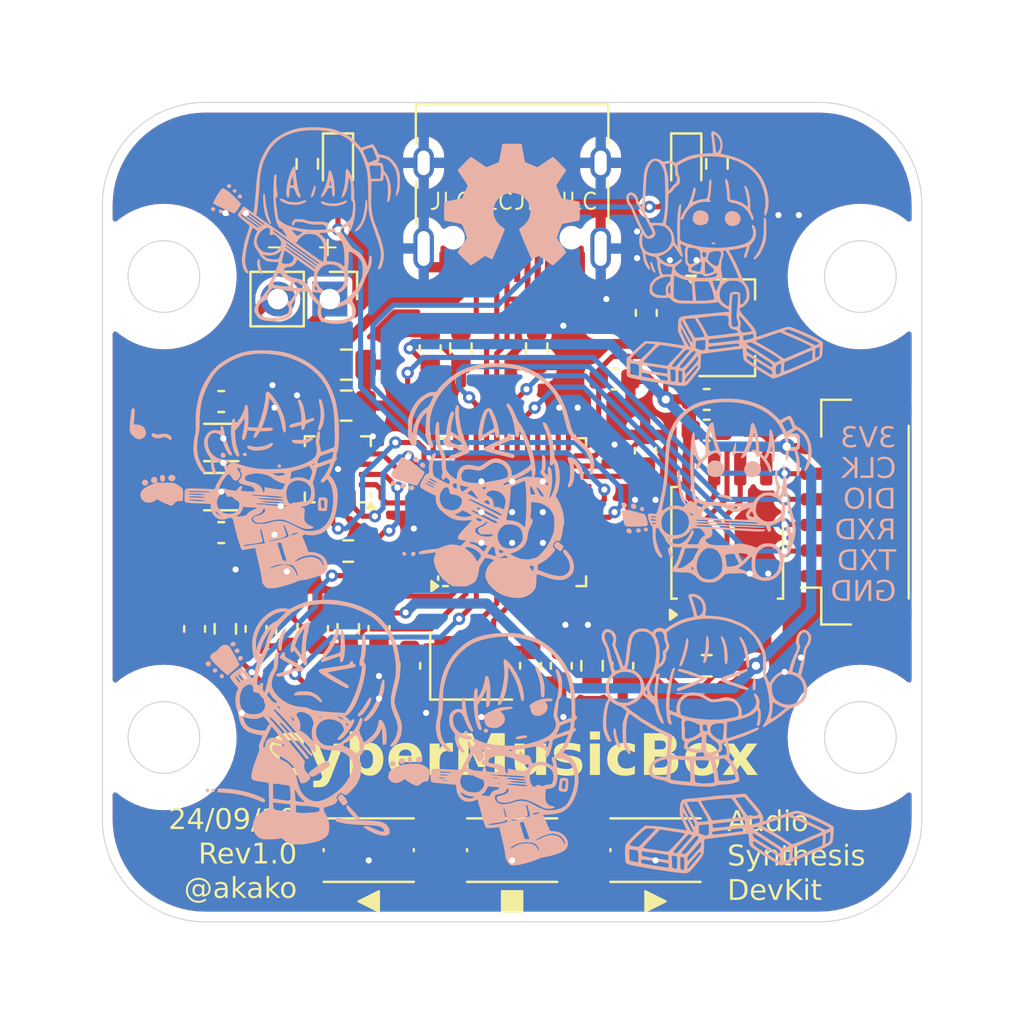
<source format=kicad_pcb>
(kicad_pcb (version 20240108) (generator "pcbnew") (generator_version "8.0")
  (layers (0 "F.Cu" signal) (31 "B.Cu" signal) (34 "B.Paste" user) (35 "F.Paste" user) (36 "B.SilkS" user "B.Silkscreen") (37 "F.SilkS" user "F.Silkscreen") (38 "B.Mask" user) (39 "F.Mask" user) (44 "Edge.Cuts" user))
  (net 0 "")
  (net 1 "/nRST")
  (net 2 "GND")
  (net 3 "/SPK+")
  (net 4 "/SPK-")
  (net 5 "/HOSC_O")
  (net 6 "/HOSC_I")
  (net 7 "/VCAP")
  (net 8 "+5V")
  (net 9 "+3V3")
  (net 10 "/KEY1")
  (net 11 "/KEY2")
  (net 12 "/KEY3")
  (net 13 "/USB-")
  (net 15 "/USB+")
  (net 16 "/CC2")
  (net 17 "/CC1")
  (net 19 "/OUTP")
  (net 20 "/OUTN")
  (net 21 "/SPI1_CS")
  (net 22 "Net-(U101-GAIN_SLOT)")
  (net 23 "/I2S3_WS")
  (net 24 "/MAX_SD")
  (net 26 "/I2S3_SD")
  (net 28 "/I2S3_CK")
  (net 31 "/SPI1_CLK")
  (net 37 "/SPI1_MISO")
  (net 41 "/SWCLK")
  (net 44 "/USART1_RX")
  (net 45 "/SWDIO")
  (net 46 "/SPI1_MOSI")
  (net 50 "/USART1_TX")
  (net 52 "/LED1")
  (net 53 "Net-(D101-K)")
  (net 54 "/LED2")
  (net 55 "Net-(D102-K)")
  (footprint "Resistor_SMD:R_0603_1608Metric" (layer "F.Cu") (at 76 85.7 -90)
    (property "Reference" "R106" (hide yes))
    (property "Value" "10K")
  )
  (footprint "Resistor_SMD:R_0603_1608Metric" (layer "F.Cu") (at 79 85.7 -90)
    (property "Reference" "R105" (hide yes))
    (property "Value" "10K")
  )
  (footprint "Button_Switch_SMD:SW_Push_1P1T_NO_CK_KMR2" (layer "F.Cu") (at 90 96.5 180)
    (property "Reference" "SW102" (hide yes))
    (property "Value" "SW_Push")
  )
  (footprint "Resistor_SMD:R_0603_1608Metric" (layer "F.Cu") (at 99.5 87.5 180)
    (property "Reference" "R107" (hide yes))
    (property "Value" "10K")
  )
  (footprint "Capacitor_SMD:C_0603_1608Metric" (layer "F.Cu") (at 86 72 90)
    (property "Reference" "C112" (hide yes))
    (property "Value" "0.1uF")
  )
  (footprint "Connector_PinHeader_2.54mm:PinHeader_1x02_P2.54mm_Vertical" (layer "F.Cu") (at 81.1 69.6 -90)
    (property "Reference" "LS101" (hide yes))
    (property "Value" "Speaker")
  )
  (footprint "Resistor_SMD:R_0603_1608Metric" (layer "F.Cu") (at 82 85.7 -90)
    (property "Reference" "R104" (hide yes))
    (property "Value" "10K")
  )
  (footprint "Package_DFN_QFN:TQFN-16-1EP_3x3mm_P0.5mm_EP1.23x1.23mm" (layer "F.Cu") (at 81.49 77.91 180)
    (property "Reference" "U101" (hide yes))
    (property "Value" "MAX98357A")
  )
  (footprint "Capacitor_SMD:C_0603_1608Metric" (layer "F.Cu") (at 75.8 74.6)
    (property "Reference" "C102" (hide yes))
    (property "Value" "220pF")
  )
  (footprint "Capacitor_SMD:C_0603_1608Metric" (layer "F.Cu") (at 74.5 85.7 90)
    (property "Reference" "C111" (hide yes))
    (property "Value" "1uF")
  )
  (footprint "Resistor_SMD:R_0603_1608Metric" (layer "F.Cu") (at 80 63 -90)
    (property "Reference" "R109" (hide yes))
    (property "Value" "10K")
  )
  (footprint "Capacitor_SMD:C_0603_1608Metric" (layer "F.Cu") (at 85 87.5 -90)
    (property "Reference" "C105" (hide yes))
    (property "Value" "22pF")
  )
  (footprint "Capacitor_SMD:C_0805_2012Metric" (layer "F.Cu") (at 81.9 74.8)
    (property "Reference" "C118" (hide yes))
    (property "Value" "10uF")
  )
  (footprint "Capacitor_SMD:C_0603_1608Metric" (layer "F.Cu") (at 95.4 87.5 -90)
    (property "Reference" "C114" (hide yes))
    (property "Value" "0.1uF")
  )
  (footprint "Inductor_SMD:L_1206_3216Metric" (layer "F.Cu") (at 75.8 79 180)
    (property "Reference" "L102" (hide yes))
    (property "Value" "FB")
  )
  (footprint "Capacitor_SMD:C_0603_1608Metric" (layer "F.Cu") (at 95 73.5)
    (property "Reference" "C115" (hide yes))
    (property "Value" "0.1uF")
  )
  (footprint "Resistor_SMD:R_0603_1608Metric" (layer "F.Cu") (at 87.5 72 -90)
    (property "Reference" "R103" (hide yes))
    (property "Value" "5.1K")
  )
  (footprint "Resistor_SMD:R_0603_1608Metric" (layer "F.Cu") (at 93.9 87.5 90)
    (property "Reference" "R101" (hide yes))
    (property "Value" "10K")
  )
  (footprint "Capacitor_SMD:C_0603_1608Metric" (layer "F.Cu") (at 90.9 87.5 90)
    (property "Reference" "C104" (hide yes))
    (property "Value" "22pF")
  )
  (footprint "Capacitor_SMD:C_0603_1608Metric" (layer "F.Cu") (at 99.5 76)
    (property "Reference" "C116" (hide yes))
    (property "Value" "4.7uF")
  )
  (footprint "Capacitor_SMD:C_0603_1608Metric" (layer "F.Cu") (at 80.500001 85.7 90)
    (property "Reference" "C109" (hide yes))
    (property "Value" "1uF")
  )
  (footprint "Connector_USB:USB_C_Receptacle_HRO_TYPE-C-31-M-12" (layer "F.Cu") (at 90 64 180)
    (property "Reference" "J101" (hide yes))
    (property "Value" "USB_C_Receptacle_USB2.0_16P")
  )
  (footprint "Capacitor_SMD:C_0603_1608Metric" (layer "F.Cu") (at 83.5 85.7 -90)
    (property "Reference" "C113" (hide yes))
    (property "Value" "0.1uF")
  )
  (footprint "Package_SO:SOIC-8_5.23x5.23mm_P1.27mm" (layer "F.Cu") (at 100.5 81.5 90)
    (property "Reference" "U104" (hide yes))
    (property "Value" "W25Q32JVSS")
  )
  (footprint "Capacitor_SMD:C_0805_2012Metric" (layer "F.Cu") (at 81.9 72.8)
    (property "Reference" "C117" (hide yes))
    (property "Value" "10uF")
  )
  (footprint "Button_Switch_SMD:SW_Push_1P1T_NO_CK_KMR2" (layer "F.Cu") (at 97 96.5 180)
    (property "Reference" "SW101" (hide yes))
    (property "Value" "SW_Push")
  )
  (footprint "Connector_JST:JST_GH_SM06B-GHS-TB_1x06-1MP_P1.25mm_Horizontal" (layer "F.Cu") (at 106.8 80 90)
    (property "Reference" "J102" (hide yes))
    (property "Value" "Conn_01x06_MountingPin")
  )
  (footprint "Package_TO_SOT_SMD:SOT-89-3" (layer "F.Cu") (at 100.5 71)
    (property "Reference" "U103" (hide yes))
    (property "Value" "HT75xx-1-SOT89")
  )
  (footprint "Package_DFN_QFN:QFN-48-1EP_7x7mm_P0.5mm_EP5.6x5.6mm" (layer "F.Cu") (at 90 80 90)
    (property "Reference" "U102" (hide yes))
    (property "Value" "STM32F401CCUx")
  )
  (footprint "Inductor_SMD:L_1206_3216Metric" (layer "F.Cu") (at 75.8 76.6 180)
    (property "Reference" "L101" (hide yes))
    (property "Value" "FB")
  )
  (footprint "Button_Switch_SMD:SW_Push_1P1T_NO_CK_KMR2" (layer "F.Cu") (at 83 96.5 180)
    (property "Reference" "SW103" (hide yes))
    (property "Value" "SW_Push")
  )
  (footprint "Capacitor_SMD:C_0603_1608Metric" (layer "F.Cu") (at 75.8 81)
    (property "Reference" "C103" (hide yes))
    (property "Value" "220pF")
  )
  (footprint "Resistor_SMD:R_0603_1608Metric" (layer "F.Cu") (at 100 63 -90)
    (property "Reference" "R110" (hide yes))
    (property "Value" "10K")
  )
  (footprint "Capacitor_SMD:C_0603_1608Metric" (layer "F.Cu") (at 92.4 87.5 -90)
    (property "Reference" "C101" (hide yes))
    (property "Value" "0.1uF")
  )
  (footprint "Capacitor_SMD:C_0603_1608Metric" (layer "F.Cu") (at 96.55 70.275 90)
    (property "Reference" "C107" (hide yes))
    (property "Value" "1uF")
  )
  (footprint "LED_SMD:LED_0603_1608Metric" (layer "F.Cu") (at 98.5 63 -90)
    (property "Reference" "D102" (hide yes))
    (property "Value" "LED")
  )
  (footprint "Capacitor_SMD:C_0603_1608Metric" (layer "F.Cu") (at 99.5 74.5)
    (property "Reference" "C108" (hide yes))
    (property "Value" "1uF")
  )
  (footprint "Resistor_SMD:R_0603_1608Metric" (layer "F.Cu") (at 82 81.9 180)
    (property "Reference" "R108" (hide yes))
    (property "Value" "10K")
  )
  (footprint "LED_SMD:LED_0603_1608Metric" (layer "F.Cu") (at 81.5 63 -90)
    (property "Reference" "D101" (hide yes))
    (property "Value" "LED")
  )
  (footprint "Capacitor_SMD:C_0603_1608Metric" (layer "F.Cu") (at 77.5 85.7 90)
    (property "Reference" "C110" (hide yes))
    (property "Value" "1uF")
  )
  (footprint "Capacitor_SMD:C_0603_1608Metric" (layer "F.Cu") (at 96.5 77 90)
    (property "Reference" "C106" (hide yes))
    (property "Value" "4.7uF")
  )
  (footprint "Crystal:Crystal_SMD_3225-4Pin_3.2x2.5mm" (layer "F.Cu") (at 88 87.5)
    (property "Reference" "Y101" (hide yes))
    (property "Value" "12M")
  )
  (footprint "Resistor_SMD:R_0603_1608Metric" (layer "F.Cu") (at 91.2 72 -90)
    (property "Reference" "R102" (hide yes))
    (property "Value" "5.1K")
  )
  (footprint "LOGO" (layer "B.Cu") (at 89 78.5 180)
    (property "Reference" "G***" (hide yes))
    (property "Value" "LOGO" (hide yes))
  )
  (footprint "Symbol:OSHW-Symbol_6.7x6mm_SilkScreen" (layer "B.Cu") (at 90 65 180)
    (property "Reference" "REF**" (hide yes))
    (property "Value" "OSHW-Symbol_6.7x6mm_SilkScreen" (hide yes))
  )
  (footprint "LOGO" (layer "B.Cu") (at 76.5 78 180)
    (property "Reference" "G***" (hide yes))
    (property "Value" "LOGO" (hide yes))
  )
  (footprint "LOGO" (layer "B.Cu") (at 89 91.5 180)
    (property "Reference" "G***" (hide yes))
    (property "Value" "LOGO" (hide yes))
  )
  (footprint "LOGO" (layer "B.Cu") (at 100 91 180)
    (property "Reference" "G***" (hide yes))
    (property "Value" "LOGO" (hide yes))
  )
  (footprint "LOGO" (layer "B.Cu") (at 100 79 180)
    (property "Reference" "G***" (hide yes))
    (property "Value" "LOGO" (hide yes))
  )
  (footprint "LOGO" (layer "B.Cu") (at 80 66 180)
    (property "Reference" "G***" (hide yes))
    (property "Value" "LOGO" (hide yes))
  )
  (footprint "LOGO" (layer "B.Cu") (at 100 67.5 180)
    (property "Reference" "G***" (hide yes))
    (property "Value" "LOGO" (hide yes))
  )
  (footprint "LOGO" (layer "B.Cu") (at 80 90.5 180)
    (property "Reference" "G***" (hide yes))
    (property "Value" "LOGO" (hide yes))
  )
  (gr_poly (pts (xy 83.5 98.5) (xy 83.5 99.5) (xy 82.5 99)) (stroke (width 0.1)) (fill solid) (layer "F.SilkS"))
  (gr_poly (pts (xy 96.5 99.5) (xy 96.5 98.5) (xy 97.5 99)) (stroke (width 0.1)) (fill solid) (layer "F.SilkS"))
  (gr_rect (start 89.5 98.5) (end 90.5 99.5) (stroke (width 0.1)) (fill solid) (layer "F.SilkS"))
  (gr_circle (center 73 91) (end 74.75 91) (stroke (width 0.05)) (fill none) (layer "Edge.Cuts"))
  (gr_circle (center 73 68.5) (end 74.75 68.5) (stroke (width 0.05)) (fill none) (layer "Edge.Cuts"))
  (gr_circle (center 107 68.5) (end 108.75 68.5) (stroke (width 0.05)) (fill none) (layer "Edge.Cuts"))
  (gr_line (start 105 100) (end 75 100) (stroke (width 0.05)) (layer "Edge.Cuts"))
  (gr_arc (start 75 100) (mid 71.464466 98.535534) (end 70 95) (stroke (width 0.05)) (layer "Edge.Cuts"))
  (gr_line (start 70 95) (end 70 65) (stroke (width 0.05)) (layer "Edge.Cuts"))
  (gr_arc (start 105 60) (mid 108.535534 61.464466) (end 110 65) (stroke (width 0.05)) (layer "Edge.Cuts"))
  (gr_circle (center 107 91) (end 108.75 91) (stroke (width 0.05)) (fill none) (layer "Edge.Cuts"))
  (gr_line (start 75 60) (end 105 60) (stroke (width 0.05)) (layer "Edge.Cuts"))
  (gr_arc (start 110 95) (mid 108.535534 98.535534) (end 105 100) (stroke (width 0.05)) (layer "Edge.Cuts"))
  (gr_line (start 110 65) (end 110 95) (stroke (width 0.05)) (layer "Edge.Cuts"))
  (gr_arc (start 70 65) (mid 71.464466 61.464466) (end 75 60) (stroke (width 0.05)) (layer "Edge.Cuts"))
  (gr_text "GND" (at 108.75 84.5 0) (layer "B.SilkS") (effects (font (size 1 1) (thickness 0.1)) (justify left bottom mirror)))
  (gr_text "TXD" (at 108.75 83 0) (layer "B.SilkS") (effects (font (size 1 1) (thickness 0.1)) (justify left bottom mirror)))
  (gr_text "RXD" (at 108.75 81.5 0) (layer "B.SilkS") (effects (font (size 1 1) (thickness 0.1)) (justify left bottom mirror)))
  (gr_text "CLK" (at 108.75 78.5 0) (layer "B.SilkS") (effects (font (size 1 1) (thickness 0.1)) (justify left bottom mirror)))
  (gr_text "DIO" (at 108.75 80 0) (layer "B.SilkS") (effects (font (size 1 1) (thickness 0.1)) (justify left bottom mirror)))
  (gr_text "3V3" (at 108.75 77 -0) (layer "B.SilkS") (effects (font (size 1 1) (thickness 0.1)) (justify left bottom mirror)))
  (gr_text "CyberMusicBox" (at 90 92 0) (layer "F.SilkS") (effects (font (size 2 2) (thickness 0.3) (bold yes) (italic yes))))
  (gr_text "+" (at 81 67 0) (layer "F.SilkS") (effects (font (size 1 1) (thickness 0.1))))
  (gr_text "-" (at 78.5 67 0) (layer "F.SilkS") (effects (font (size 1 1) (thickness 0.1))))
  (gr_text "24/09/10\nRev1.0\n@akako\n" (at 79.5 99 0) (layer "F.SilkS") (effects (font (size 1 1) (thickness 0.1)) (justify right bottom)))
  (gr_text "Audio\nSynthesis\nDevKit" (at 100.5 99.1 0) (layer "F.SilkS") (effects (font (size 1 1) (thickness 0.1)) (justify left bottom)))
  (gr_text "JLCJLCJLCJLC" (at 85.9 65.3 0) (layer "F.SilkS") (effects (font (size 0.8 0.8) (thickness 0.1)) (justify left bottom)))
  (segment (start 93.9 86.675) (end 92.45 86.675) (width 0.25) (layer "F.Cu") (net 1))
  (segment (start 90.25 84.65) (end 92.325 86.725) (width 0.25) (layer "F.Cu") (net 1))
  (segment (start 92.45 86.675) (end 92.4 86.725) (width 0.25) (layer "F.Cu") (net 1))
  (segment (start 92.325 86.725) (end 92.4 86.725) (width 0.25) (layer "F.Cu") (net 1))
  (segment (start 90.25 83.4375) (end 90.25 84.65) (width 0.25) (layer "F.Cu") (net 1))
  (segment (start 87.1 73.225) (end 87.5 72.825) (width 0.25) (layer "F.Cu") (net 2))
  (segment (start 85.25 82.25) (end 83.7 83.8) (width 0.25) (layer "F.Cu") (net 2))
  (segment (start 82.2 80.5) (end 82.2 81.275) (width 0.25) (layer "F.Cu") (net 2))
  (segment (start 86 71.225) (end 86 71.325) (width 0.25) (layer "F.Cu") (net 2))
  (segment (start 86 71.325) (end 87.5 72.825) (width 0.25) (layer "F.Cu") (net 2))
  (segment (start 87.1 74.663604) (end 87.1 73.225) (width 0.25) (layer "F.Cu") (net 2))
  (segment (start 81.74 80.04) (end 82.2 80.5) (width 0.25) (layer "F.Cu") (net 2))
  (segment (start 94.975 77.75) (end 96.5 76.225) (width 0.25) (layer "F.Cu") (net 2))
  (segment (start 81.5 77.9) (end 81.49 77.91) (width 0.25) (layer "F.Cu") (net 2))
  (segment (start 82.2 81.275) (end 81.575 81.9) (width 0.25) (layer "F.Cu") (net 2))
  (segment (start 77.5 84.925) (end 77.5 81.925) (width 0.5) (layer "F.Cu") (net 2))
  (segment (start 93.4375 77.75) (end 94.975 77.75) (width 0.25) (layer "F.Cu") (net 2))
  (segment (start 81.74 78.16) (end 81.49 77.91) (width 0.25) (layer "F.Cu") (net 2))
  (segment (start 78.7 79.05026) (end 78.7 79.7) (width 0.25) (layer "F.Cu") (net 2))
  (segment (start 80.0525 78.16) (end 81.24 78.16) (width 0.25) (layer "F.Cu") (net 2))
  (segment (start 77.5 81.925) (end 76.575 81) (width 0.5) (layer "F.Cu") (net 2))
  (segment (start 85.249999 80.750001) (end 85.2 80.8) (width 0.25) (layer "F.Cu") (net 2))
  (segment (start 81.74 79.3475) (end 81.74 78.16) (width 0.25) (layer "F.Cu") (net 2))
  (segment (start 86.5625 82.25) (end 85.25 82.25) (width 0.25) (layer "F.Cu") (net 2))
  (segment (start 83.7 83.8) (end 81.625001 83.8) (width 0.25) (layer "F.Cu") (net 2))
  (segment (start 87.75 76.5625) (end 87.75 75.313604) (width 0.25) (layer "F.Cu") (net 2))
  (segment (start 81.625001 83.8) (end 80.500001 84.925) (width 0.25) (layer "F.Cu") (net 2))
  (segment (start 87.75 75.313604) (end 87.1 74.663604) (width 0.25) (layer "F.Cu") (net 2))
  (segment (start 83.75 86.725) (end 83.5 86.475) (width 0.5) (layer "F.Cu") (net 2))
  (segment (start 80.0525 78.16) (end 79.59026 78.16) (width 0.25) (layer "F.Cu") (net 2))
  (segment (start 82.9275 77.66) (end 81.74 77.66) (width 0.25) (layer "F.Cu") (net 2))
  (segment (start 79.59026 78.16) (end 78.7 79.05026) (width 0.25) (layer "F.Cu") (net 2))
  (segment (start 85 86.725) (end 83.75 86.725) (width 0.5) (layer "F.Cu") (net 2))
  (segment (start 81.74 79.3475) (end 81.74 80.04) (width 0.25) (layer "F.Cu") (net 2))
  (segment (start 85 86.725) (end 86.825 86.725) (width 0.5) (layer "F.Cu") (net 2))
  (segment (start 86.5625 80.750001) (end 85.249999 80.750001) (width 0.25) (layer "F.Cu") (net 2))
  (segment (start 81.24 78.16) (end 81.49 77.91) (width 0.25) (layer "F.Cu") (net 2))
  (segment (start 81.575 81.9) (end 81.175 81.9) (width 0.25) (layer "F.Cu") (net 2))
  (segment (start 86.825 86.725) (end 86.9 86.65) (width 0.5) (layer "F.Cu") (net 2))
  (segment (start 81.74 77.66) (end 81.5 77.9) (width 0.25) (layer "F.Cu") (net 2))
  (via (at 102.5 83) (size 0.6) (drill 0.3) (layers "F.Cu" "B.Cu") (net 2))
  (via (at 83.2 76.3) (size 0.6) (drill 0.3) (layers "F.Cu" "B.Cu") (net 2))
  (via (at 93.7 85.5) (size 0.6) (drill 0.3) (layers "F.Cu" "B.Cu") (net 2))
  (via (at 93.2 74.9) (size 0.6) (drill 0.3) (layers "F.Cu" "B.Cu") (net 2))
  (via (at 88.5 78.5) (size 0.6) (drill 0.3) (layers "F.Cu" "B.Cu") (net 2))
  (via (at 78.4 74.9) (size 0.6) (drill 0.3) (layers "F.Cu" "B.Cu") (net 2))
  (via (at 81.5 77.9) (size 0.6) (drill 0.3) (layers "F.Cu" "B.Cu") (net 2))
  (via (at 75.9 76.4) (size 0.6) (drill 0.3) (layers "F.Cu" "B.Cu") (net 2))
  (via (at 90 97) (size 0.6) (drill 0.3) (layers "F.Cu" "B.Cu") (net 2))
  (via (at 79 82.9) (size 0.6) (drill 0.3) (layers "F.Cu" "B.Cu") (net 2))
  (via (at 83.5 89.1) (size 0.6) (drill 0.3) (layers "F.Cu" "B.Cu") (net 2))
  (via (at 76.5 82.8) (size 0.6) (drill 0.3) (layers "F.Cu" "B.Cu") (net 2))
  (via (at 83.5 88) (size 0.6) (drill 0.3) (layers "F.Cu" "B.Cu") (net 2))
  (via (at 96.1 66.3) (size 0.6) (drill 0.3) (layers "F.Cu" "B.Cu") (net 2))
  (via (at 95 76.7) (size 0.6) (drill 0.3) (layers "F.Cu" "B.Cu") (net 2))
  (via (at 103.3 87.8) (size 0.6) (drill 0.3) (layers "F.Cu" "B.Cu") (net 2))
  (via (at 91.5 80) (size 0.6) (drill 0.3) (layers "F.Cu" "B.Cu") (net 2))
  (via (at 90 78.5) (size 0.6) (drill 0.3) (layers "F.Cu" "B.Cu") (net 2))
  (via (at 90 80) (size 0.6) (drill 0.3) (layers "F.Cu" "B.Cu") (net 2))
  (via (at 88.5 80) (size 0.6) (drill 0.3) (layers "F.Cu" "B.Cu") (net 2))
  (via (at 97 97) (size 0.6) (drill 0.3) (layers "F.Cu" "B.Cu") (net 2))
  (via (at 91.5 78.5) (size 0.6) (drill 0.3) (layers "F.Cu" "B.Cu") (net 2))
  (via (at 103 65.5) (size 0.6) (drill 0.3) (layers "F.Cu" "B.Cu") (net 2))
  (via (at 79.5 74.3) (size 0.6) (drill 0.3) (layers "F.Cu" "B.Cu") (net 2))
  (via (at 75.9 77.6) (size 0.6) (drill 0.3) (layers "F.Cu" "B.Cu") (net 2))
  (via (at 85.8 89.8) (size 0.6) (drill 0.3) (layers "F.Cu" "B.Cu") (net 2))
  (via (at 85.2 80.8) (size 0.6) (drill 0.3) (layers "F.Cu" "B.Cu") (net 2))
  (via (at 77 65.4) (size 0.6) (drill 0.3) (layers "F.Cu" "B.Cu") (net 2))
  (via (at 96 79.4) (size 0.6) (drill 0.3) (layers "F.Cu" "B.Cu") (net 2))
  (via (at 91.5 81.5) (size 0.6) (drill 0.3) (layers "F.Cu" "B.Cu") (net 2))
  (via (at 76 65.4) (size 0.6) (drill 0.3) (layers "F.Cu" "B.Cu") (net 2))
  (via (at 92.3 74.9) (size 0.6) (drill 0.3) (layers "F.Cu" "B.Cu") (net 2))
  (via (at 96.1 67.6) (size 0.6) (drill 0.3) (layers "F.Cu" "B.Cu") (net 2))
  (via (at 92.5 70.9) (size 0.6) (drill 0.3) (layers "F.Cu" "B.Cu") (net 2))
  (via (at 94.6 69.6) (size 0.6) (drill 0.3) (layers "F.Cu" "B.Cu") (net 2))
  (via (at 88.5 90) (size 0.6) (drill 0.3) (layers "F.Cu" "B.Cu") (net 2))
  (via (at 78.4 81.1) (size 0.6) (drill 0.3) (layers "F.Cu" "B.Cu") (net 2))
  (via (at 92.5 90) (size 0.6) (drill 0.3) (layers "F.Cu" "B.Cu") (net 2))
  (via (at 104.1 87.1) (size 0.6) (drill 0.3) (layers "F.Cu" "B.Cu") (net 2))
  (via (at 97.7 67.7) (size 0.6) (drill 0.3) (layers "F.Cu" "B.Cu") (net 2))
  (via (at 90 81.5) (size 0.6) (drill 0.3) (layers "F.Cu" "B.Cu") (net 2))
  (via (at 78.7 79.7) (size 0.6) (drill 0.3) (layers "F.Cu" "B.Cu") (net 2))
  (via (at 99 67.7) (size 0.6) (drill 0.3) (layers "F.Cu" "B.Cu") (net 2))
  (via (at 97 79.4) (size 0.6) (drill 0.3) (layers "F.Cu" "B.Cu") (net 2))
  (via (at 104 65.5) (size 0.6) (drill 0.3) (layers "F.Cu" "B.Cu") (net 2))
  (via (at 78.3 73.8) (size 0.6) (drill 0.3) (layers "F.Cu" "B.Cu") (net 2))
  (via (at 92.6 85.5) (size 0.6) (drill 0.3) (layers "F.Cu" "B.Cu") (net 2))
  (via (at 101.6 83) (size 0.6) (drill 0.3) (layers "F.Cu" "B.Cu") (net 2))
  (via (at 75.8 79) (size 0.6) (drill 0.3) (layers "F.Cu" "B.Cu") (net 2))
  (via (at 83 97) (size 0.6) (drill 0.3) (layers "F.Cu" "B.Cu") (net 2))
  (via (at 76.8 89.8) (size 0.6) (drill 0.3) (layers "F.Cu" "B.Cu") (net 2))
  (via (at 88.5 81.5) (size 0.6) (drill 0.3) (layers "F.Cu" "B.Cu") (net 2))
  (segment (start 75.025 74.6) (end 77.225 72.4) (width 0.5) (layer "F.Cu") (net 3))
  (segment (start 81.1 69.9) (end 81.1 69.6) (width 0.5) (layer "F.Cu") (net 3))
  (segment (start 75.025 74.6) (end 74.225 75.4) (width 0.5) (layer "F.Cu") (net 3))
  (segment (start 78.6 72.4) (end 81.1 69.9) (width 0.5) (layer "F.Cu") (net 3))
  (segment (start 74.225 75.4) (end 74.225 76.6) (width 0.5) (layer "F.Cu") (net 3))
  (segment (start 77.225 72.4) (end 78.6 72.4) (width 0.5) (layer "F.Cu") (net 3))
  (segment (start 74.225 80.2) (end 75.025 81) (width 0.5) (layer "F.Cu") (net 4))
  (segment (start 73.1 77.875) (end 74.225 79) (width 0.5) (layer "F.Cu") (net 4))
  (segment (start 74.225 79) (end 74.225 80.2) (width 0.5) (layer "F.Cu") (net 4))
  (segment (start 78.56 69.6) (end 78.2 69.6) (width 0.5) (layer "F.Cu") (net 4))
  (segment (start 73.1 74.7) (end 73.1 77.875) (width 0.5) (layer "F.Cu") (net 4))
  (segment (start 78.2 69.6) (end 73.1 74.7) (width 0.5) (layer "F.Cu") (net 4))
  (segment (start 89.1 85.3) (end 89.1 86.65) (width 0.25) (layer "F.Cu") (net 5))
  (segment (start 89.75 84.65) (end 89.1 85.3) (width 0.25) (layer "F.Cu") (net 5))
  (segment (start 89.1 86.65) (end 90.825 86.65) (width 0.25) (layer "F.Cu") (net 5))
  (segment (start 89.75 83.4375) (end 89.75 84.65) (width 0.25) (layer "F.Cu") (net 5))
  (segment (start 90.825 86.65) (end 90.9 86.725) (width 0.25) (layer "F.Cu") (net 5))
  (segment (start 88 85.7) (end 88 87.35) (width 0.25) (layer "F.Cu") (net 6))
  (segment (start 86.825 88.275) (end 86.9 88.35) (width 0.25) (layer "F.Cu") (net 6))
  (segment (start 88 87.35) (end 87 88.35) (width 0.25) (layer "F.Cu") (net 6))
  (segment (start 85 88.275) (end 86.825 88.275) (width 0.25) (layer "F.Cu") (net 6))
  (segment (start 89.249999 83.4375) (end 89.249999 84.450001) (width 0.25) (layer "F.Cu") (net 6))
  (segment (start 89.249999 84.450001) (end 88 85.7) (width 0.25) (layer "F.Cu") (net 6))
  (segment (start 87 88.35) (end 86.9 88.35) (width 0.25) (layer "F.Cu") (net 6))
  (segment (start 96.024999 78.250001) (end 96.5 77.775) (width 0.25) (layer "F.Cu") (net 7))
  (segment (start 93.4375 78.250001) (end 96.024999 78.250001) (width 0.25) (layer "F.Cu") (net 7))
  (segment (start 94.05 71.05) (end 96.55 71.05) (width 0.5) (layer "F.Cu") (net 8))
  (segment (start 91.164695 65.9) (end 92.45 67.185305) (width 0.3) (layer "F.Cu") (net 8))
  (segment (start 80.95 72.8) (end 80.95 74.8) (width 0.5) (layer "F.Cu") (net 8))
  (segment (start 98.5875 71.05) (end 98.6375 71) (width 0.5) (layer "F.Cu") (net 8))
  (segment (start 92.45 69.45) (end 94.05 71.05) (width 0.5) (layer "F.Cu") (net 8))
  (segment (start 81.24 75.09) (end 80.95 74.8) (width 0.25) (layer "F.Cu") (net 8))
  (segment (start 92.45 67.185305) (end 92.45 68.045) (width 0.3) (layer "F.Cu") (net 8))
  (segment (start 87.55 68.045) (end 87.55 69.27) (width 0.5) (layer "F.Cu") (net 8))
  (segment (start 87.22 69.6) (end 84 69.6) (width 0.5) (layer "F.Cu") (net 8))
  (segment (start 84 69.6) (end 80.95 72.65) (width 0.5) (layer "F.Cu") (net 8))
  (segment (start 80.95 72.65) (end 80.95 72.8) (width 0.5) (layer "F.Cu") (net 8))
  (segment (start 96.55 71.05) (end 98.5875 71.05) (width 0.5) (layer "F.Cu") (net 8))
  (segment (start 92.45 68.045) (end 92.45 69.45) (width 0.5) (layer "F.Cu") (net 8))
  (segment (start 87.55 69.27) (end 87.22 69.6) (width 0.5) (layer "F.Cu") (net 8))
  (segment (start 80.74 76.4725) (end 80.74 75.01) (width 0.25) (layer "F.Cu") (net 8))
  (segment (start 87.55 67.185305) (end 88.835305 65.9) (width 0.3) (layer "F.Cu") (net 8))
  (segment (start 88.835305 65.9) (end 91.164695 65.9) (width 0.3) (layer "F.Cu") (net 8))
  (segment (start 87.55 68.045) (end 87.55 67.185305) (width 0.3) (layer "F.Cu") (net 8))
  (segment (start 80.74 75.01) (end 80.95 74.8) (width 0.25) (layer "F.Cu") (net 8))
  (segment (start 81.24 76.4725) (end 81.24 75.09) (width 0.25) (layer "F.Cu") (net 8))
  (segment (start 98.1 88.5) (end 99.325 88.5) (width 0.25) (layer "F.Cu") (net 9))
  (segment (start 96.4 72.4) (end 97.5 73.5) (width 0.25) (layer "F.Cu") (net 9))
  (segment (start 78.175 85.7) (end 79 84.875) (width 0.25) (layer "F.Cu") (net 9))
  (segment (start 103.4 76.8) (end 103.475 76.875) (width 0.5) (layer "F.Cu") (net 9))
  (segment (start 101.9 87.5) (end 100.325 87.5) (width 0.5) (layer "F.Cu") (net 9))
  (segment (start 93.9 88.325) (end 93.9 88.225) (width 0.25) (layer "F.Cu") (net 9))
  (segment (start 94.225 73.075) (end 94.9 72.4) (width 0.25) (layer "F.Cu") (net 9))
  (segment (start 86 74.2) (end 87.25 75.45) (width 0.25) (layer "F.Cu") (net 9))
  (segment (start 83.45 84.875) (end 83.5 84.925) (width 0.25) (layer "F.Cu") (net 9))
  (segment (start 101.135 86.69) (end 100.325 87.5) (width 0.25) (layer "F.Cu") (net 9))
  (segment (start 94.225 77.075) (end 94.225 73.5) (width 0.25) (layer "F.Cu") (net 9))
  (segment (start 82 84.875) (end 83.45 84.875) (width 0.25) (layer "F.Cu") (net 9))
  (segment (start 76 84.875) (end 76.825 85.7) (width 0.25) (layer "F.Cu") (net 9))
  (segment (start 94.225 73.5) (end 94.225 73.075) (width 0.25) (layer "F.Cu") (net 9))
  (segment (start 94.9 72.4) (end 96.4 72.4) (width 0.25) (layer "F.Cu") (net 9))
  (segment (start 98.595 77.9) (end 98.595 76.13) (width 0.5) (layer "F.Cu") (net 9))
  (segment (start 87.25 75.45) (end 87.25 76.5625) (width 0.25) (layer "F.Cu") (net 9))
  (segment (start 94.2 84.6) (end 95.4 85.8) (width 0.25) (layer "F.Cu") (net 9))
  (segment (start 101.135 85.1) (end 101.135 86.69) (width 0.25) (layer "F.Cu") (net 9))
  (segment (start 98.725 74.5) (end 97.5 74.5) (width 0.5) (layer "F.Cu") (net 9))
  (segment (start 99.325 88.5) (end 100.325 87.5) (width 0.25) (layer "F.Cu") (net 9))
  (segment (start 98.9 79.6) (end 99.5 79.6) (width 0.25) (layer "F.Cu") (net 9))
  (segment (start 76.825 85.7) (end 78.175 85.7) (width 0.25) (layer "F.Cu") (net 9))
  (segment (start 86 72.775) (end 85.775 72.775) (width 0.25) (layer "F.Cu") (net 9))
  (segment (start 91.25 83.4375) (end 91.25 84.05) (width 0.25) (layer "F.Cu") (net 9))
  (segment (start 84.2625 84.1625) (end 83.5 84.925) (width 0.25) (layer "F.Cu") (net 9))
  (segment (start 91.8 84.6) (end 94.2 84.6) (width 0.25) (layer "F.Cu") (net 9))
  (segment (start 81.175 85.7) (end 82 84.875) (width 0.25) (layer "F.Cu") (net 9))
  (segment (start 98.595 79.295) (end 98.9 79.6) (width 0.25) (layer "F.Cu") (net 9))
  (segment (start 79.825 85.7) (end 81.175 85.7) (width 0.25) (layer "F.Cu") (net 9))
  (segment (start 93.9 88.225) (end 95.4 86.725) (width 0.25) (layer "F.Cu") (net 9))
  (segment (start 103.475 76.875) (end 104.95 76.875) (width 0.5) (layer "F.Cu") (net 9))
  (segment (start 94.05 77.25) (end 94.225 77.075) (width 0.25) (layer "F.Cu") (net 9))
  (segment (start 85.675 82.75) (end 84.2625 84.1625) (width 0.25) (layer "F.Cu") (net 9))
  (segment (start 87.25 83.4375) (end 87.25 83.85) (width 0.25) (layer "F.Cu") (net 9))
  (segment (start 98.725 76) (end 98.725 74.5) (width 0.5) (layer "F.Cu") (net 9))
  (segment (start 86.5625 82.75) (end 85.675 82.75) (width 0.25) (layer "F.Cu") (net 9))
  (segment (start 91.25 84.05) (end 91.8 84.6) (width 0.25) (layer "F.Cu") (net 9))
  (segment (start 83.5 84.925) (end 84.775 84.925) (width 0.25) (layer "F.Cu") (net 9))
  (segment (start 84.325 84.1) (end 84.2625 84.1625) (width 0.25) (layer "F.Cu") (net 9))
  (segment (start 84.775 84.925) (end 84.8 84.9) (width 0.25) (layer "F.Cu") (net 9))
  (segment (start 98.55 74.325) (end 98.725 74.5) (width 0.5) (layer "F.Cu") (net 9))
  (segment (start 87.25 83.85) (end 87 84.1) (width 0.25) (layer "F.Cu") (net 9))
  (segment (start 98.55 72.5) (end 98.55 74.325) (width 0.5) (layer "F.Cu") (net 9))
  (segment (start 99.5 79.6) (end 99.865 79.235) (width 0.25) (layer "F.Cu") (net 9))
  (segment (start 86 72.775) (end 86 74.2) (width 0.25) (layer "F.Cu") (net 9))
  (segment (start 93.4375 77.25) (end 94.05 77.25) (width 0.25) (layer "F.Cu") (net 9))
  (segment (start 97.5 73.5) (end 97.5 74.5) (width 0.25) (layer "F.Cu") (net 9))
  (segment (start 99.865 79.235) (end 99.865 77.9) (width 0.25) (layer "F.Cu") (net 9))
  (segment (start 79 84.875) (end 79.825 85.7) (width 0.25) (layer "F.Cu") (net 9))
  (segment (start 95.4 85.8) (end 95.4 86.725) (width 0.25) (layer "F.Cu") (net 9))
  (segment (start 96.325 86.725) (end 98.1 88.5) (width 0.25) (layer "F.Cu") (net 9))
  (segment (start 95.4 86.725) (end 96.325 86.725) (width 0.25) (layer "F.Cu") (net 9))
  (segment (start 98.595 76.13) (end 98.725 76) (width 0.5) (layer "F.Cu") (net 9))
  (segment (start 87 84.1) (end 84.325 84.1) (width 0.25) (layer "F.Cu") (net 9))
  (segment (start 85.775 72.775) (end 85 72) (width 0.25) (layer "F.Cu") (net 9))
  (segment (start 98.595 77.9) (end 98.595 79.295) (width 0.25) (layer "F.Cu") (net 9))
  (via (at 103.4 76.8) (size 0.8) (drill 0.4) (layers "F.Cu" "B.Cu") (net 9))
  (via (at 84.8 84.9) (size 0.6) (drill 0.3) (layers "F.Cu" "B.Cu") (net 9))
  (via (at 97.5 74.5) (size 0.8) (drill 0.4) (layers "F.Cu" "B.Cu") (net 9))
  (via (at 101.9 87.5) (size 0.8) (drill 0.4) (layers "F.Cu" "B.Cu") (net 9))
  (via (at 85 72) (size 0.6) (drill 0.3) (layers "F.Cu" "B.Cu") (net 9))
  (segment (start 104.6 78) (end 103.4 76.8) (width 0.5) (layer "B.Cu") (net 9))
  (segment (start 104.6 84.8) (end 104.6 78) (width 0.5) (layer "B.Cu") (net 9))
  (segment (start 100.8 88.6) (end 101.9 87.5) (width 0.5) (layer "B.Cu") (net 9))
  (segment (start 101.9 87.5) (end 104.6 84.8) (width 0.5) (layer "B.Cu") (net 9))
  (segment (start 88.76014 84.46014) (end 92.9 88.6) (width 0.5) (layer "B.Cu") (net 9))
  (segment (start 97.5 74.5) (end 99.8 76.8) (width 0.5) (layer "B.Cu") (net 9))
  (segment (start 94.8 71.8) (end 85.2 71.8) (width 0.5) (layer "B.Cu") (net 9))
  (segment (start 85.2 71.8) (end 85 72) (width 0.5) (layer "B.Cu") (net 9))
  (segment (start 84.8 84.9) (end 85.23986 84.46014) (width 0.5) (layer "B.Cu") (net 9))
  (segment (start 97.5 74.5) (end 94.8 71.8) (width 0.5) (layer "B.Cu") (net 9))
  (segment (start 85.23986 84.46014) (end 88.76014 84.46014) (width 0.5) (layer "B.Cu") (net 9))
  (segment (start 99.8 76.8) (end 103.4 76.8) (width 0.5) (layer "B.Cu") (net 9))
  (segment (start 92.9 88.6) (end 100.8 88.6) (width 0.5) (layer "B.Cu") (net 9))
  (segment (start 80.550001 86.525) (end 80.500001 86.475) (width 0.25) (layer "F.Cu") (net 10))
  (segment (start 87.75 83.4375) (end 87.75 83.986396) (width 0.25) (layer "F.Cu") (net 10))
  (segment (start 87.75 83.986396) (end 86.036396 85.7) (width 0.25) (layer "F.Cu") (net 10))
  (segment (start 82 89.5) (end 86.5 94) (width 0.25) (layer "F.Cu") (net 10))
  (segment (start 82.825 85.7) (end 82 86.525) (width 0.25) (layer "F.Cu") (net 10))
  (segment (start 86.5 94) (end 93.250001 94) (width 0.25) (layer "F.Cu") (net 10))
  (segment (start 94.950001 95.7) (end 99.049999 95.7) (width 0.25) (layer "F.Cu") (net 10))
  (segment (start 82 86.525) (end 80.550001 86.525) (width 0.25) (layer "F.Cu") (net 10))
  (segment (start 93.250001 94) (end 94.950001 95.7) (width 0.25) (layer "F.Cu") (net 10))
  (segment (start 86.036396 85.7) (end 82.825 85.7) (width 0.25) (layer "F.Cu") (net 10))
  (segment (start 82 86.525) (end 82 89.5) (width 0.25) (layer "F.Cu") (net 10))
  (segment (start 79.4 86.925) (end 79 86.525) (width 0.25) (layer "F.Cu") (net 11))
  (segment (start 79.4 87.9) (end 79.4 86.925) (width 0.25) (layer "F.Cu") (net 11))
  (segment (start 79.4 87.9) (end 87.2 95.7) (width 0.25) (layer "F.Cu") (net 11))
  (segment (start 87.2 95.7) (end 87.950001 95.7) (width 0.25) (layer "F.Cu") (net 11))
  (segment (start 77.55 86.525) (end 77.5 86.475) (width 0.25) (layer "F.Cu") (net 11))
  (segment (start 88.250001 84.370279) (end 87.41014 85.21014) (width 0.25) (layer "F.Cu") (net 11))
  (segment (start 79 86.525) (end 77.55 86.525) (width 0.25) (layer "F.Cu") (net 11))
  (segment (start 87.950001 95.7) (end 92.049999 95.7) (width 0.25) (layer "F.Cu") (net 11))
  (segment (start 88.250001 83.4375) (end 88.250001 84.370279) (width 0.25) (layer "F.Cu") (net 11))
  (via (at 79.4 87.9) (size 0.6) (drill 0.3) (layers "F.Cu" "B.Cu") (net 11))
  (via (at 87.41014 85.21014) (size 0.6) (drill 0.3) (layers "F.Cu" "B.Cu") (net 11))
  (segment (start 81.2 86.1) (end 79.4 87.9) (width 0.25) (layer "B.Cu") (net 11))
  (segment (start 86.52028 86.1) (end 81.2 86.1) (width 0.25) (layer "B.Cu") (net 11))
  (segment (start 87.41014 85.21014) (end 86.52028 86.1) (width 0.25) (layer "B.Cu") (net 11))
  (segment (start 74.55 86.525) (end 74.5 86.475) (width 0.25) (layer "F.Cu") (net 12))
  (segment (start 85.049999 95.574999) (end 85.049999 95.7) (width 0.25) (layer "F.Cu") (net 12))
  (segment (start 80.950001 95.7) (end 85.049999 95.7) (width 0.25) (layer "F.Cu") (net 12))
  (segment (start 76 86.525) (end 74.55 86.525) (width 0.25) (layer "F.Cu") (net 12))
  (segment (start 76 86.525) (end 77.2875 87.8125) (width 0.25) (layer "F.Cu") (net 12))
  (segment (start 77.2875 87.8125) (end 85.049999 95.574999) (width 0.25) (layer "F.Cu") (net 12))
  (segment (start 84.874003 81.749999) (end 86.5625 81.749999) (width 0.25) (layer "F.Cu") (net 12))
  (segment (start 83.524002 83.1) (end 84.874003 81.749999) (width 0.25) (layer "F.Cu") (net 12))
  (segment (start 81.2 83.1) (end 83.524002 83.1) (width 0.25) (layer "F.Cu") (net 12))
  (via (at 77.2875 87.8125) (size 0.6) (drill 0.3) (layers "F.Cu" "B.Cu") (net 12))
  (via (at 81.2 83.1) (size 0.6) (drill 0.3) (layers "F.Cu" "B.Cu") (net 12))
  (segment (start 77.2875 87.7125) (end 77.2875 87.8125) (width 0.25) (layer "B.Cu") (net 12))
  (segment (start 80.4 84.6) (end 77.2875 87.7125) (width 0.25) (layer "B.Cu") (net 12))
  (segment (start 80.4 83.9) (end 80.4 84.6) (width 0.25) (layer "B.Cu") (net 12))
  (segment (start 81.2 83.1) (end 80.4 83.9) (width 0.25) (layer "B.Cu") (net 12))
  (segment (start 89.249999 72.250001) (end 89.249999 76.5625) (width 0.25) (layer "F.Cu") (net 13))
  (segment (start 89.75 68.045) (end 89.75 69.6) (width 0.25) (layer "F.Cu") (net 13))
  (segment (start 90.75 68.045) (end 90.75 69.45) (width 0.25) (layer "F.Cu") (net 13))
  (segment (start 89.75 69.6) (end 89.75 71.75) (width 0.25) (layer "F.Cu") (net 13))
  (segment (start 90.6 69.6) (end 89.75 69.6) (width 0.25) (layer "F.Cu") (net 13))
  (segment (start 90.75 69.45) (end 90.6 69.6) (width 0.25) (layer "F.Cu") (net 13))
  (segment (start 89.75 71.75) (end 89.249999 72.250001) (width 0.25) (layer "F.Cu") (net 13))
  (segment (start 89.25 71.55) (end 89.25 68.045) (width 0.25) (layer "F.Cu") (net 15))
  (segment (start 88.75 72.05) (end 89.25 71.55) (width 0.25) (layer "F.Cu") (net 15))
  (segment (start 89.25 66.85) (end 89.5 66.6) (width 0.25) (layer "F.Cu") (net 15))
  (segment (start 90 66.6) (end 90.25 66.85) (width 0.25) (layer "F.Cu") (net 15))
  (segment (start 89.5 66.6) (end 90 66.6) (width 0.25) (layer "F.Cu") (net 15))
  (segment (start 90.25 66.85) (end 90.25 68.045) (width 0.25) (layer "F.Cu") (net 15))
  (segment (start 88.75 76.5625) (end 88.75 72.05) (width 0.25) (layer "F.Cu") (net 15))
  (segment (start 89.25 68.045) (end 89.25 66.85) (width 0.25) (layer "F.Cu") (net 15))
  (segment (start 88.25 70.425) (end 87.5 71.175) (width 0.25) (layer "F.Cu") (net 16))
  (segment (start 88.25 68.045) (end 88.25 70.425) (width 0.25) (layer "F.Cu") (net 16))
  (segment (start 91.25 71.125) (end 91.2 71.175) (width 0.25) (layer "F.Cu") (net 17))
  (segment (start 91.25 68.045) (end 91.25 71.125) (width 0.25) (layer "F.Cu") (net 17))
  (segment (start 78.5 76.6) (end 78.9 77) (width 0.5) (layer "F.Cu") (net 19))
  (segment (start 77.375 76.6) (end 78.5 76.6) (width 0.5) (layer "F.Cu") (net 19))
  (segment (start 79.06 77.16) (end 78.9 77) (width 0.25) (layer "F.Cu") (net 19))
  (segment (start 80.0525 77.16) (end 79.06 77.16) (width 0.25) (layer "F.Cu") (net 19))
  (segment (start 80.0525 77.66) (end 79.14 77.66) (width 0.25) (layer "F.Cu") (net 20))
  (segment (start 77.8 79) (end 78.9 77.9) (width 0.5) (layer "F.Cu") (net 20))
  (segment (start 77.375 79) (end 77.8 79) (width 0.5) (layer "F.Cu") (net 20))
  (segment (start 79.14 77.66) (end 78.9 77.9) (width 0.25) (layer "F.Cu") (net 20))
  (segment (start 98.595 83.295) (end 98.595 85.1) (width 0.25) (layer "F.Cu") (net 21))
  (segment (start 93.4375 82.25) (end 97.55 82.25) (width 0.25) (layer "F.Cu") (net 21))
  (segment (start 98.595 87.42) (end 98.675 87.5) (width 0.25) (layer "F.Cu") (net 21))
  (segment (start 98.595 85.1) (end 98.595 87.42) (width 0.25) (layer "F.Cu") (net 21))
  (segment (start 97.55 82.25) (end 98.595 83.295) (width 0.25) (layer "F.Cu") (net 21))
  (segment (start 84 80.9) (end 83.825 80.9) (width 0.25) (layer "F.Cu") (net 22))
  (segment (start 82.825 81.675) (end 82.825 81.9) (width 0.25) (layer "F.Cu") (net 22))
  (segment (start 83.825 80.9) (end 82.825 81.9) (width 0.25) (layer "F.Cu") (net 22))
  (segment (start 82.9275 78.16) (end 83.76 78.16) (width 0.25) (layer "F.Cu") (net 22))
  (segment (start 83.76 78.16) (end 84.4 78.8) (width 0.25) (layer "F.Cu") (net 22))
  (via (at 84 80.9) (size 0.6) (drill 0.3) (layers "F.Cu" "B.Cu") (net 22))
  (via (at 84.4 78.8) (size 0.6) (drill 0.3) (layers "F.Cu" "B.Cu") (net 22))
  (segment (start 84.4 78.8) (end 84.4 80.5) (width 0.25) (layer "B.Cu") (net 22))
  (segment (start 84.4 80.5) (end 84 80.9) (width 0.25) (layer "B.Cu") (net 22))
  (segment (start 85.4 76.6) (end 85.7 76.9) (width 0.25) (layer "F.Cu") (net 23))
  (segment (start 85.7 76.9) (end 85.7 77.447488) (width 0.25) (layer "F.Cu") (net 23))
  (segment (start 81.24 80.54) (end 81.24 79.3475) (width 0.25) (layer "F.Cu") (net 23))
  (segment (start 81.5 80.8) (end 81.24 80.54) (width 0.25) (layer "F.Cu") (net 23))
  (segment (start 85.7 77.447488) (end 86.002512 77.75) (width 0.25) (layer "F.Cu") (net 23))
  (segment (start 84.3 76.6) (end 85.4 76.6) (width 0.25) (layer "F.Cu") (net 23))
  (segment (start 86.002512 77.75) (end 86.5625 77.75) (width 0.25) (layer "F.Cu") (net 23))
  (via (at 81.5 80.8) (size 0.6) (drill 0.3) (layers "F.Cu" "B.Cu") (net 23))
  (via (at 84.3 76.6) (size 0.6) (drill 0.3) (layers "F.Cu" "B.Cu") (net 23))
  (segment (start 81.9 80.8) (end 82.7 80) (width 0.25) (layer "B.Cu") (net 23))
  (segment (start 82.7 80) (end 82.7 78.2) (width 0.25) (layer "B.Cu") (net 23))
  (segment (start 81.5 80.8) (end 81.9 80.8) (width 0.25) (layer "B.Cu") (net 23))
  (segment (start 82.7 78.2) (end 84.3 76.6) (width 0.25) (layer "B.Cu") (net 23))
  (segment (start 83.66 77.16) (end 85.25 78.75) (width 0.25) (layer "F.Cu") (net 24))
  (segment (start 85.25 78.75) (end 86.5625 78.75) (width 0.25) (layer "F.Cu") (net 24))
  (segment (start 82.9275 77.16) (end 83.66 77.16) (width 0.25) (layer "F.Cu") (net 24))
  (segment (start 83.85 79.55) (end 83.6 79.3) (width 0.25) (layer "F.Cu") (net 26))
  (segment (start 85.35 79.55) (end 83.85 79.55) (width 0.25) (layer "F.Cu") (net 26))
  (segment (start 86.5625 79.249999) (end 85.650001 79.249999) (width 0.25) (layer "F.Cu") (net 26))
  (segment (start 83.36 78.66) (end 82.9275 78.66) (width 0.25) (layer "F.Cu") (net 26))
  (segment (start 83.6 78.9) (end 83.36 78.66) (width 0.25) (layer "F.Cu") (net 26))
  (segment (start 83.6 79.3) (end 83.6 78.9) (width 0.25) (layer "F.Cu") (net 26))
  (segment (start 85.650001 79.249999) (end 85.35 79.55) (width 0.25) (layer "F.Cu") (net 26))
  (segment (start 82.7 80.2) (end 82.24 79.74) (width 0.25) (layer "F.Cu") (net 28))
  (segment (start 84.916116 77.3) (end 85.866117 78.250001) (width 0.25) (layer "F.Cu") (net 28))
  (segment (start 85.866117 78.250001) (end 86.5625 78.250001) (width 0.25) (layer "F.Cu") (net 28))
  (segment (start 82.24 79.74) (end 82.24 79.3475) (width 0.25) (layer "F.Cu") (net 28))
  (segment (start 83.3 80.2) (end 82.7 80.2) (width 0.25) (layer "F.Cu") (net 28))
  (via (at 84.916116 77.3) (size 0.6) (drill 0.3) (layers "F.Cu" "B.Cu") (net 28))
  (via (at 83.3 80.2) (size 0.6) (drill 0.3) (layers "F.Cu" "B.Cu") (net 28))
  (segment (start 83.7 79.8) (end 83.7 78.1) (width 0.25) (layer "B.Cu") (net 28))
  (segment (start 84.5 77.3) (end 84.916116 77.3) (width 0.25) (layer "B.Cu") (net 28))
  (segment (start 83.7 78.1) (end 84.5 77.3) (width 0.25) (layer "B.Cu") (net 28))
  (segment (start 83.3 80.2) (end 83.7 79.8) (width 0.25) (layer "B.Cu") (net 28))
  (segment (start 100.49 80.11) (end 101.135 79.465) (width 0.25) (layer "F.Cu") (net 31))
  (segment (start 99.24 85.950908) (end 99.514092 86.225) (width 0.25) (layer "F.Cu") (net 31))
  (segment (start 93.4375 81.749999) (end 97.949999 81.749999) (width 0.25) (layer "F.Cu") (net 31))
  (segment (start 100.215908 86.225) (end 100.49 85.950908) (width 0.25) (layer "F.Cu") (net 31))
  (segment (start 101.135 79.465) (end 101.135 77.9) (width 0.25) (layer "F.Cu") (net 31))
  (segment (start 99.24 83.04) (end 99.24 85.950908) (width 0.25) (layer "F.Cu") (net 31))
  (segment (start 99.514092 86.225) (end 100.215908 86.225) (width 0.25) (layer "F.Cu") (net 31))
  (segment (start 97.949999 81.749999) (end 99.24 83.04) (width 0.25) (layer "F.Cu") (net 31))
  (segment (start 100.49 85.950908) (end 100.49 80.11) (width 0.25) (layer "F.Cu") (net 31))
  (segment (start 99.865 82.865) (end 99.865 85.1) (width 0.25) (layer "F.Cu") (net 37))
  (segment (start 93.4375 81.25) (end 98.25 81.25) (width 0.25) (layer "F.Cu") (net 37))
  (segment (start 98.25 81.25) (end 99.865 82.865) (width 0.25) (layer "F.Cu") (net 37))
  (segment (start 84.9 73.2) (end 84.9 73.8) (width 0.25) (layer "F.Cu") (net 41))
  (segment (start 84.9 73.8) (end 86.15 75.05) (width 0.25) (layer "F.Cu") (net 41))
  (segment (start 86.15 77.25) (end 86.5625 77.25) (width 0.25) (layer "F.Cu") (net 41))
  (segment (start 103.3 78.1) (end 103.325 78.125) (width 0.25) (layer "F.Cu") (net 41))
  (segment (start 103.325 78.125) (end 104.95 78.125) (width 0.25) (layer "F.Cu") (net 41))
  (segment (start 86.15 75.05) (end 86.15 77.25) (width 0.25) (layer "F.Cu") (net 41))
  (via (at 84.9 73.2) (size 0.6) (drill 0.3) (layers "F.Cu" "B.Cu") (net 41))
  (via (at 103.3 78.1) (size 0.6) (drill 0.3) (layers "F.Cu" "B.Cu") (net 41))
  (segment (start 85.65 72.45) (end 93.95 72.45) (width 0.25) (layer "B.Cu") (net 41))
  (segment (start 93.95 72.45) (end 99.6 78.1) (width 0.25) (layer "B.Cu") (net 41))
  (segment (start 99.6 78.1) (end 103.3 78.1) (width 0.25) (layer "B.Cu") (net 41))
  (segment (start 84.9 73.2) (end 85.65 72.45) (width 0.25) (layer "B.Cu") (net 41))
  (segment (start 104.925 80.6) (end 104.95 80.625) (width 0.25) (layer "F.Cu") (net 44))
  (segment (start 90.7 74) (end 89.75 74.95) (width 0.25) (layer "F.Cu") (net 44))
  (segment (start 89.75 74.95) (end 89.75 76.5625) (width 0.25) (layer "F.Cu") (net 44))
  (segment (start 103.3 80.6) (end 104.925 80.6) (width 0.25) (layer "F.Cu") (net 44))
  (via (at 103.3 80.6) (size 0.6) (drill 0.3) (layers "F.Cu" "B.Cu") (net 44))
  (via (at 90.7 74) (size 0.6) (drill 0.3) (layers "F.Cu" "B.Cu") (net 44))
  (segment (start 93.577208 73.35) (end 100.827208 80.6) (width 0.25) (layer "B.Cu") (net 44))
  (segment (start 90.7 74) (end 91.35 73.35) (width 0.25) (layer "B.Cu") (net 44))
  (segment (start 91.35 73.35) (end 93.577208 73.35) (width 0.25) (layer "B.Cu") (net 44))
  (segment (start 100.827208 80.6) (end 103.3 80.6) (width 0.25) (layer "B.Cu") (net 44))
  (segment (start 103.3 79.375) (end 104.95 79.375) (width 0.25) (layer "F.Cu") (net 45))
  (segment (start 88.250001 76.5625) (end 88.250001 74.750001) (width 0.25) (layer "F.Cu") (net 45))
  (segment (start 88.250001 74.750001) (end 87.9 74.4) (width 0.25) (layer "F.Cu") (net 45))
  (via (at 87.9 74.4) (size 0.6) (drill 0.3) (layers "F.Cu" "B.Cu") (net 45))
  (via (at 103.3 79.375) (size 0.6) (drill 0.3) (layers "F.Cu" "B.Cu") (net 45))
  (segment (start 100.238604 79.375) (end 93.763604 72.9) (width 0.25) (layer "B.Cu") (net 45))
  (segment (start 87.6 72.9) (end 87.4 73.1) (width 0.25) (layer "B.Cu") (net 45))
  (segment (start 93.763604 72.9) (end 87.6 72.9) (width 0.25) (layer "B.Cu") (net 45))
  (segment (start 87.4 73.9) (end 87.9 74.4) (width 0.25) (layer "B.Cu") (net 45))
  (segment (start 87.4 73.1) (end 87.4 73.9) (width 0.25) (layer "B.Cu") (net 45))
  (segment (start 103.3 79.375) (end 100.238604 79.375) (width 0.25) (layer "B.Cu") (net 45))
  (segment (start 102.405 77.100001) (end 102.405 77.9) (width 0.25) (layer "F.Cu") (net 46))
  (segment (start 99.049999 80.750001) (end 100.49 79.31) (width 0.25) (layer "F.Cu") (net 46))
  (segment (start 93.4375 80.750001) (end 99.049999 80.750001) (width 0.25) (layer "F.Cu") (net 46))
  (segment (start 100.859092 76.7) (end 102.004999 76.7) (width 0.25) (layer "F.Cu") (net 46))
  (segment (start 100.49 79.31) (end 100.49 77.069092) (width 0.25) (layer "F.Cu") (net 46))
  (segment (start 102.004999 76.7) (end 102.405 77.100001) (width 0.25) (layer "F.Cu") (net 46))
  (segment (start 100.49 77.069092) (end 100.859092 76.7) (width 0.25) (layer "F.Cu") (net 46))
  (segment (start 103.3 81.9) (end 104.925 81.9) (width 0.25) (layer "F.Cu") (net 50))
  (segment (start 91.1 74.9) (end 90.25 75.75) (width 0.25) (layer "F.Cu") (net 50))
  (segment (start 90.25 75.75) (end 90.25 76.5625) (width 0.25) (layer "F.Cu") (net 50))
  (segment (start 104.925 81.9) (end 104.95 81.875) (width 0.25) (layer "F.Cu") (net 50))
  (via (at 91.1 74.9) (size 0.6) (drill 0.3) (layers "F.Cu" "B.Cu") (net 50))
  (via (at 103.3 81.9) (size 0.6) (drill 0.3) (layers "F.Cu" "B.Cu") (net 50))
  (segment (start 93.490812 73.9) (end 101.490812 81.9) (width 0.25) (layer "B.Cu") (net 50))
  (segment (start 101.490812 81.9) (end 103.3 81.9) (width 0.25) (layer "B.Cu") (net 50))
  (segment (start 92.1 73.9) (end 93.490812 73.9) (width 0.25) (layer "B.Cu") (net 50))
  (segment (start 91.1 74.9) (end 92.1 73.9) (width 0.25) (layer "B.Cu") (net 50))
  (segment (start 94.2 79.7) (end 94.5 79.4) (width 0.25) (layer "F.Cu") (net 52))
  (segment (start 93.4375 79.75) (end 94.15 79.75) (width 0.25) (layer "F.Cu") (net 52))
  (segment (start 81.5 66.2) (end 81.5 63.7875) (width 0.25) (layer "F.Cu") (net 52))
  (segment (start 94.5 79.4) (end 94.5 78.9) (width 0.25) (layer "F.Cu") (net 52))
  (segment (start 94.15 79.75) (end 94.2 79.7) (width 0.25) (layer "F.Cu") (net 52))
  (via (at 94.5 78.9) (size 0.6) (drill 0.3) (layers "F.Cu" "B.Cu") (net 52))
  (via (at 81.5 66.2) (size 0.6) (drill 0.3) (layers "F.Cu" "B.Cu") (net 52))
  (segment (start 82.6 67.3) (end 81.5 66.2) (width 0.25) (layer "B.Cu") (net 52))
  (segment (start 82.6 73.9) (end 82.6 67.3) (width 0.25) (layer "B.Cu") (net 52))
  (segment (start 92.7 77.1) (end 85.8 77.1) (width 0.25) (layer "B.Cu") (net 52))
  (segment (start 94.5 78.9) (end 92.7 77.1) (width 0.25) (layer "B.Cu") (net 52))
  (segment (start 85.8 77.1) (end 82.6 73.9) (width 0.25) (layer "B.Cu") (net 52))
  (segment (start 80.0375 62.2125) (end 80 62.175) (width 0.25) (layer "F.Cu") (net 53))
  (segment (start 81.5 62.2125) (end 80.0375 62.2125) (width 0.25) (layer "F.Cu") (net 53))
  (segment (start 93.4375 80.25) (end 94.75 80.25) (width 0.25) (layer "F.Cu") (net 54))
  (segment (start 96.7 65.1) (end 97.1875 65.1) (width 0.25) (layer "F.Cu") (net 54))
  (segment (start 94.75 80.25) (end 95 80) (width 0.25) (layer "F.Cu") (net 54))
  (segment (start 97.1875 65.1) (end 98.5 63.7875) (width 0.25) (layer "F.Cu") (net 54))
  (via (at 96.7 65.1) (size 0.6) (drill 0.3) (layers "F.Cu" "B.Cu") (net 54))
  (via (at 95 80) (size 0.6) (drill 0.3) (layers "F.Cu" "B.Cu") (net 54))
  (segment (start 95.3 78.816116) (end 93.083884 76.6) (width 0.25) (layer "B.Cu") (net 54))
  (segment (start 83.2 73.863604) (end 83.2 70.9) (width 0.25) (layer "B.Cu") (net 54))
  (segment (start 95 80) (end 95.3 79.7) (width 0.25) (layer "B.Cu") (net 54))
  (segment (start 92.3 65.1) (end 96.7 65.1) (width 0.25) (layer "B.Cu") (net 54))
  (segment (start 91.4 66) (end 92.3 65.1) (width 0.25) (layer "B.Cu") (net 54))
  (segment (start 85.936396 76.6) (end 83.2 73.863604) (width 0.25) (layer "B.Cu") (net 54))
  (segment (start 95.3 79.7) (end 95.3 78.816116) (width 0.25) (layer "B.Cu") (net 54))
  (segment (start 84.2 69.9) (end 89.3 69.9) (width 0.25) (layer "B.Cu") (net 54))
  (segment (start 83.2 70.9) (end 84.2 69.9) (width 0.25) (layer "B.Cu") (net 54))
  (segment (start 89.3 69.9) (end 91.4 67.8) (width 0.25) (layer "B.Cu") (net 54))
  (segment (start 93.083884 76.6) (end 85.936396 76.6) (width 0.25) (layer "B.Cu") (net 54))
  (segment (start 91.4 67.8) (end 91.4 66) (width 0.25) (layer "B.Cu") (net 54))
  (segment (start 100 62.175) (end 99.9625 62.2125) (width 0.25) (layer "F.Cu") (net 55))
  (segment (start 99.9625 62.2125) (end 98.5 62.2125) (width 0.25) (layer "F.Cu") (net 55))
  (zone (net 2) (net_name "GND") (layers "F&B.Cu") (name "GND") (connect_pads (clearance 0.25)) (min_thickness 0.25) (fill yes (thermal_gap 0.5) (thermal_bridge_width 0.5))
    (polygon (pts (xy 65 55) (xy 115 55) (xy 115 105) (xy 65 105)))
  )
)
</source>
